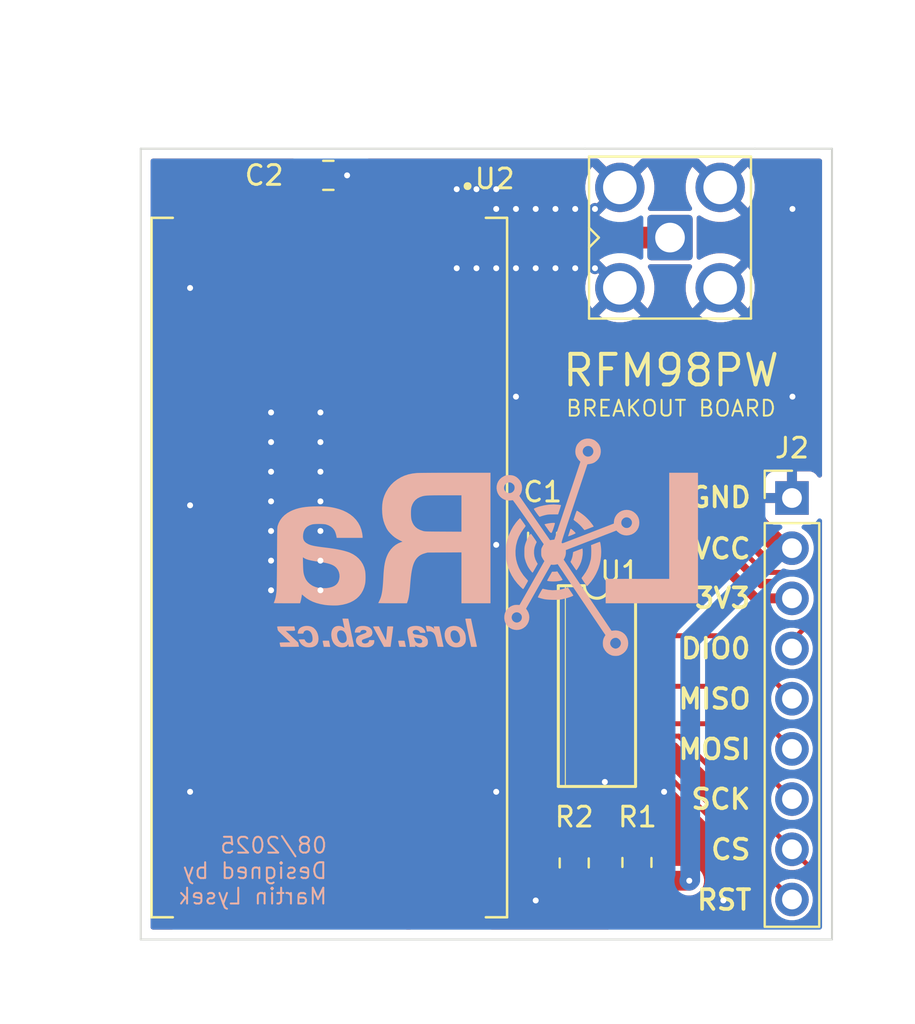
<source format=kicad_pcb>
(kicad_pcb (version 20241229) (generator "pcbnew") (generator_version "9.0")
  (layers (0 "F.Cu" signal) (2 "B.Cu" signal) (13 "F.Paste" user) (15 "B.Paste" user) (5 "F.SilkS" user "F.Silkscreen") (7 "B.SilkS" user "B.Silkscreen") (1 "F.Mask" user) (3 "B.Mask" user) (25 "Edge.Cuts" user))
  (net 0 "")
  (net 1 "GND")
  (net 2 "Net-(J1-In)")
  (net 3 "+3.3V")
  (net 4 "/MISO_3V")
  (net 5 "/RST_5V")
  (net 6 "VCC")
  (net 7 "/DIO0")
  (net 8 "/MOSI_5V")
  (net 9 "/SCK_5V")
  (net 10 "/CS_5V")
  (net 11 "/MOSI_3V")
  (net 12 "/RST_3V")
  (net 15 "/CS_3V")
  (net 16 "/SCK_3V")
  (net 25 "unconnected-(U1-6Y-Pad15)")
  (footprint "Capacitor_SMD:C_0805_2012Metric" (layer "F.Cu") (at 120.5 32.8 180)
    (property "Reference" "C2" (at 3.25 0 0) (layer "F.SilkS"))
    (property "Value" "10u")
    (pad "1" smd roundrect (at -0.95 0 180) (size 1 1.45) (layers "F.Cu" "F.Mask" "F.Paste") (net 1 "GND"))
    (pad "2" smd roundrect (at 0.95 0 180) (size 1 1.45) (layers "F.Cu" "F.Mask" "F.Paste") (net 6 "VCC"))
  )
  (footprint "Resistor_SMD:R_0805_2012Metric" (layer "F.Cu") (at 132.95 67.6 -90)
    (property "Reference" "R2" (at -2.325 0 0) (layer "F.SilkS"))
    (property "Value" "100k")
    (pad "1" smd roundrect (at -0.9125 0 270) (size 1.025 1.4) (layers "F.Cu" "F.Mask" "F.Paste") (roundrect_rratio 0.243902) (net 6 "VCC"))
    (pad "2" smd roundrect (at 0.9125 0 270) (size 1.025 1.4) (layers "F.Cu" "F.Mask" "F.Paste") (roundrect_rratio 0.243902) (net 10 "/CS_5V"))
  )
  (footprint "Resistor_SMD:R_0805_2012Metric" (layer "F.Cu") (at 136.125 67.575 90)
    (property "Reference" "R1" (at 2.3 0.025 0) (layer "F.SilkS"))
    (property "Value" "100k")
    (pad "1" smd roundrect (at -0.9125 0 90) (size 1.025 1.4) (layers "F.Cu" "F.Mask" "F.Paste") (roundrect_rratio 0.243902) (net 6 "VCC"))
    (pad "2" smd roundrect (at 0.9125 0 90) (size 1.025 1.4) (layers "F.Cu" "F.Mask" "F.Paste") (roundrect_rratio 0.243902) (net 5 "/RST_5V"))
  )
  (footprint "74HC4050D:SO16" (layer "F.Cu") (at 134.1 58.65 -90)
    (property "Reference" "U1" (at -5.8 -1.175 0) (layer "F.SilkS") (effects (font (size 1.000268 1.000268))))
    (property "Value" "74HC4050D")
    (pad "1" smd rect (at -4.445 2.8 270) (size 0.6 1.2) (layers "F.Cu" "F.Mask" "F.Paste") (net 3 "+3.3V"))
    (pad "2" smd rect (at -3.175 2.8 270) (size 0.6 1.2) (layers "F.Cu" "F.Mask" "F.Paste"))
    (pad "3" smd rect (at -1.905 2.8 270) (size 0.6 1.2) (layers "F.Cu" "F.Mask" "F.Paste"))
    (pad "4" smd rect (at -0.635 2.8 270) (size 0.6 1.2) (layers "F.Cu" "F.Mask" "F.Paste") (net 11 "/MOSI_3V"))
    (pad "5" smd rect (at 0.635 2.8 270) (size 0.6 1.2) (layers "F.Cu" "F.Mask" "F.Paste") (net 8 "/MOSI_5V"))
    (pad "6" smd rect (at 1.905 2.8 270) (size 0.6 1.2) (layers "F.Cu" "F.Mask" "F.Paste") (net 15 "/CS_3V"))
    (pad "7" smd rect (at 3.175 2.8 270) (size 0.6 1.2) (layers "F.Cu" "F.Mask" "F.Paste") (net 10 "/CS_5V"))
    (pad "8" smd rect (at 4.445 2.8 270) (size 0.6 1.2) (layers "F.Cu" "F.Mask" "F.Paste") (net 1 "GND"))
    (pad "9" smd rect (at 4.445 -2.8 270) (size 0.6 1.2) (layers "F.Cu" "F.Mask" "F.Paste") (net 5 "/RST_5V"))
    (pad "10" smd rect (at 3.175 -2.8 270) (size 0.6 1.2) (layers "F.Cu" "F.Mask" "F.Paste") (net 12 "/RST_3V"))
    (pad "11" smd rect (at 1.905 -2.8 270) (size 0.6 1.2) (layers "F.Cu" "F.Mask" "F.Paste") (net 9 "/SCK_5V"))
    (pad "12" smd rect (at 0.635 -2.8 270) (size 0.6 1.2) (layers "F.Cu" "F.Mask" "F.Paste") (net 16 "/SCK_3V"))
    (pad "13" smd rect (at -0.635 -2.8 270) (size 0.6 1.2) (layers "F.Cu" "F.Mask" "F.Paste"))
    (pad "14" smd rect (at -1.905 -2.8 270) (size 0.6 1.2) (layers "F.Cu" "F.Mask" "F.Paste"))
    (pad "15" smd rect (at -3.175 -2.8 270) (size 0.6 1.2) (layers "F.Cu" "F.Mask" "F.Paste") (net 25 "unconnected-(U1-6Y-Pad15)"))
    (pad "16" smd rect (at -4.445 -2.8 270) (size 0.6 1.2) (layers "F.Cu" "F.Mask" "F.Paste"))
  )
  (footprint "Connector_Coaxial:SMA_Amphenol_901-143_Horizontal" (layer "F.Cu") (at 137.8 35.95)
    (property "Reference" "J1" (hide yes))
    (property "Value" "Conn_Coaxial")
    (fp_line (start 4.3 -4.5) (end -4.3 -4.5) (stroke (width 0.1)) (layer "Edge.Cuts"))
    (pad "1" thru_hole roundrect (at 0 0) (size 2.3 2.3) (drill 1.5) (layers "*.Cu" "*.Mask") (roundrect_rratio 0.087) (net 2 "Net-(J1-In)"))
    (pad "2" thru_hole circle (at -2.54 -2.54) (size 2.5 2.5) (drill 1.7) (layers "*.Cu" "*.Mask") (net 1 "GND"))
    (pad "2" thru_hole circle (at -2.54 2.54) (size 2.5 2.5) (drill 1.7) (layers "*.Cu" "*.Mask") (net 1 "GND"))
    (pad "2" thru_hole circle (at 2.54 -2.54) (size 2.5 2.5) (drill 1.7) (layers "*.Cu" "*.Mask") (net 1 "GND"))
    (pad "2" thru_hole circle (at 2.54 2.54) (size 2.5 2.5) (drill 1.7) (layers "*.Cu" "*.Mask") (net 1 "GND"))
  )
  (footprint "Capacitor_SMD:C_0805_2012Metric" (layer "F.Cu") (at 131.35 51.15 -90)
    (property "Reference" "C1" (at -2.325 0 180) (layer "F.SilkS"))
    (property "Value" "0.1u")
    (pad "1" smd roundrect (at -0.95 0 270) (size 1 1.45) (layers "F.Cu" "F.Mask" "F.Paste") (net 1 "GND"))
    (pad "2" smd roundrect (at 0.95 0 270) (size 1 1.45) (layers "F.Cu" "F.Mask" "F.Paste") (net 3 "+3.3V"))
  )
  (footprint "RFM98PW-169S2:XCVR_RFM98PW-169S2" (layer "F.Cu") (at 120.55 52.65 -90)
    (property "Reference" "U2" (at -19.675 -8.375 0) (layer "F.SilkS"))
    (property "Value" "RFM98PW-169S2")
    (pad "1" smd roundrect (at -17.05 -7 270) (size 2.51 1.21) (layers "F.Cu" "F.Mask" "F.Paste") (roundrect_rratio 0.02) (net 2 "Net-(J1-In)"))
    (pad "2" smd roundrect (at -17.05 -5 270) (size 2.51 1.21) (layers "F.Cu" "F.Mask" "F.Paste") (roundrect_rratio 0.02) (net 1 "GND"))
    (pad "3" smd roundrect (at -17.05 -3 270) (size 2.51 1.21) (layers "F.Cu" "F.Mask" "F.Paste") (roundrect_rratio 0.02))
    (pad "4" smd roundrect (at -17.05 -1 270) (size 2.51 1.21) (layers "F.Cu" "F.Mask" "F.Paste") (roundrect_rratio 0.02))
    (pad "5" smd roundrect (at -17.05 1 270) (size 2.51 1.21) (layers "F.Cu" "F.Mask" "F.Paste") (roundrect_rratio 0.02) (net 6 "VCC"))
    (pad "6" smd roundrect (at -17.05 3 270) (size 2.51 1.21) (layers "F.Cu" "F.Mask" "F.Paste") (roundrect_rratio 0.02) (net 7 "/DIO0"))
    (pad "7" smd roundrect (at -17.05 5 270) (size 2.51 1.21) (layers "F.Cu" "F.Mask" "F.Paste") (roundrect_rratio 0.02))
    (pad "8" smd roundrect (at -17.05 7 270) (size 2.51 1.21) (layers "F.Cu" "F.Mask" "F.Paste") (roundrect_rratio 0.02))
    (pad "9" smd roundrect (at 17.05 7 270) (size 2.51 1.21) (layers "F.Cu" "F.Mask" "F.Paste") (roundrect_rratio 0.02) (net 3 "+3.3V"))
    (pad "10" smd roundrect (at 17.05 5 270) (size 2.51 1.21) (layers "F.Cu" "F.Mask" "F.Paste") (roundrect_rratio 0.02) (net 4 "/MISO_3V"))
    (pad "11" smd roundrect (at 17.05 3 270) (size 2.51 1.21) (layers "F.Cu" "F.Mask" "F.Paste") (roundrect_rratio 0.02) (net 11 "/MOSI_3V"))
    (pad "12" smd roundrect (at 17.05 1 270) (size 2.51 1.21) (layers "F.Cu" "F.Mask" "F.Paste") (roundrect_rratio 0.02) (net 16 "/SCK_3V"))
    (pad "13" smd roundrect (at 17.05 -1 270) (size 2.51 1.21) (layers "F.Cu" "F.Mask" "F.Paste") (roundrect_rratio 0.02) (net 15 "/CS_3V"))
    (pad "14" smd roundrect (at 17.05 -3 270) (size 2.51 1.21) (layers "F.Cu" "F.Mask" "F.Paste") (roundrect_rratio 0.02) (net 12 "/RST_3V"))
    (pad "15" smd roundrect (at 17.05 -5 270) (size 2.51 1.21) (layers "F.Cu" "F.Mask" "F.Paste") (roundrect_rratio 0.02))
    (pad "16" smd roundrect (at 17.05 -7 270) (size 2.51 1.21) (layers "F.Cu" "F.Mask" "F.Paste") (roundrect_rratio 0.02) (net 1 "GND"))
    (pad "17" smd rect (at -3.15 1.75 270) (size 11.5 4.7) (layers "F.Cu" "F.Mask") (net 1 "GND"))
  )
  (footprint "Connector_PinHeader_2.54mm:PinHeader_1x09_P2.54mm_Vertical" (layer "F.Cu") (at 143.975 49.13)
    (property "Reference" "J2" (at 0 -2.53 0) (layer "F.SilkS"))
    (property "Value" "Conn_01x09_Pin")
    (pad "1" thru_hole rect (at 0 0) (size 1.7 1.7) (drill 1) (layers "*.Cu" "*.Mask") (net 1 "GND"))
    (pad "2" thru_hole circle (at 0 2.54) (size 1.7 1.7) (drill 1) (layers "*.Cu" "*.Mask") (net 6 "VCC"))
    (pad "3" thru_hole circle (at 0 5.08) (size 1.7 1.7) (drill 1) (layers "*.Cu" "*.Mask") (net 3 "+3.3V"))
    (pad "4" thru_hole circle (at 0 7.62) (size 1.7 1.7) (drill 1) (layers "*.Cu" "*.Mask") (net 7 "/DIO0"))
    (pad "5" thru_hole circle (at 0 10.16) (size 1.7 1.7) (drill 1) (layers "*.Cu" "*.Mask") (net 4 "/MISO_3V"))
    (pad "6" thru_hole circle (at 0 12.7) (size 1.7 1.7) (drill 1) (layers "*.Cu" "*.Mask") (net 8 "/MOSI_5V"))
    (pad "7" thru_hole circle (at 0 15.24) (size 1.7 1.7) (drill 1) (layers "*.Cu" "*.Mask") (net 9 "/SCK_5V"))
    (pad "8" thru_hole circle (at 0 17.78) (size 1.7 1.7) (drill 1) (layers "*.Cu" "*.Mask") (net 10 "/CS_5V"))
    (pad "9" thru_hole circle (at 0 20.32) (size 1.7 1.7) (drill 1) (layers "*.Cu" "*.Mask") (net 5 "/RST_5V"))
  )
  (footprint "hoperf_rf98:logo_xs" (layer "B.Cu") (at 128.5 51.7 180)
    (property "Reference" "G***" (hide yes))
    (property "Value" "LOGO" (hide yes))
  )
  (gr_line (start 111 71.475) (end 146 71.475) (stroke (width 0.1)) (layer "Edge.Cuts"))
  (gr_line (start 142.1 31.45) (end 146 31.45) (stroke (width 0.1)) (layer "Edge.Cuts"))
  (gr_line (start 146 71.475) (end 146 31.45) (stroke (width 0.1)) (layer "Edge.Cuts"))
  (gr_line (start 133.5 31.45) (end 111 31.45) (stroke (width 0.1)) (layer "Edge.Cuts"))
  (gr_line (start 111 31.45) (end 111 71.475) (stroke (width 0.1)) (layer "Edge.Cuts"))
  (gr_text "DIO0" (at 138.25 56.75 0) (layer "F.SilkS") (effects (font (size 1 1) (thickness 0.1875)) (justify left)))
  (gr_text "CS" (at 139.775 66.925 0) (layer "F.SilkS") (effects (font (size 1 1) (thickness 0.1875)) (justify left)))
  (gr_text "GND" (at 138.7 49.1 0) (layer "F.SilkS") (effects (font (size 1 1) (thickness 0.1875)) (justify left)))
  (gr_text "RST" (at 142.025 69.475 0) (layer "F.SilkS") (effects (font (size 1 1) (thickness 0.1875)) (justify right)))
  (gr_text "VCC" (at 138.875 51.7 0) (layer "F.SilkS") (effects (font (size 1 1) (thickness 0.1875)) (justify left)))
  (gr_text "BREAKOUT BOARD" (at 137.85 44.595 0) (layer "F.SilkS") (effects (font (size 0.8 0.8) (thickness 0.1))))
  (gr_text "RFM98PW" (at 137.85 42.675 0) (layer "F.SilkS") (effects (font (size 1.55 1.55) (thickness 0.2))))
  (gr_text "3V3\n" (at 138.95 54.2 0) (layer "F.SilkS") (effects (font (size 1 1) (thickness 0.1875)) (justify left)))
  (gr_text "SCK" (at 138.775 64.375 0) (layer "F.SilkS") (effects (font (size 1 1) (thickness 0.1875)) (justify left)))
  (gr_text "MOSI" (at 138.125 61.85 0) (layer "F.SilkS") (effects (font (size 1 1) (thickness 0.1875)) (justify left)))
  (gr_text "MISO" (at 138.125 59.3 0) (layer "F.SilkS") (effects (font (size 1 1) (thickness 0.1875)) (justify left)))
  (gr_text "08/2025\nDesigned by\nMartin Lysek" (at 120.5 68 0) (layer "B.SilkS") (effects (font (size 0.8 0.8) (thickness 0.1)) (justify left mirror)))
  (via (at 137.5 64) (size 0.6) (drill 0.3) (layers "F.Cu" "B.Cu") (net 1))
  (via (at 117.6 44.8) (size 0.6) (drill 0.3) (layers "F.Cu" "B.Cu") (net 1))
  (via (at 127 37.5) (size 0.6) (drill 0.3) (layers "F.Cu" "B.Cu") (net 1))
  (via (at 120.1 49.3) (size 0.6) (drill 0.3) (layers "F.Cu" "B.Cu") (net 1))
  (via (at 113.5 38.5) (size 0.6) (drill 0.3) (layers "F.Cu" "B.Cu") (net 1))
  (via (at 129 34.5) (size 0.6) (drill 0.3) (layers "F.Cu" "B.Cu") (net 1))
  (via (at 131 69.5) (size 0.6) (drill 0.3) (layers "F.Cu" "B.Cu") (net 1))
  (via (at 117.6 47.8) (size 0.6) (drill 0.3) (layers "F.Cu" "B.Cu") (net 1))
  (via (at 128 33.5) (size 0.6) (drill 0.3) (layers "F.Cu" "B.Cu") (net 1))
  (via (at 113.5 64) (size 0.6) (drill 0.3) (layers "F.Cu" "B.Cu") (net 1))
  (via (at 131 34.5) (size 0.6) (drill 0.3) (layers "F.Cu" "B.Cu") (net 1))
  (via (at 134.5 63.5) (size 0.6) (drill 0.3) (layers "F.Cu" "B.Cu") (net 1))
  (via (at 133 34.5) (size 0.6) (drill 0.3) (layers "F.Cu" "B.Cu") (net 1))
  (via (at 120.1 44.8) (size 0.6) (drill 0.3) (layers "F.Cu" "B.Cu") (net 1))
  (via (at 129 37.5) (size 0.6) (drill 0.3) (layers "F.Cu" "B.Cu") (net 1))
  (via (at 121.45 32.8) (size 0.6) (drill 0.3) (layers "F.Cu" "B.Cu") (net 1))
  (via (at 140.5 69.5) (size 0.6) (drill 0.3) (layers "F.Cu" "B.Cu") (net 1))
  (via (at 133 37.5) (size 0.6) (drill 0.3) (layers "F.Cu" "B.Cu") (net 1))
  (via (at 120.1 46.3) (size 0.6) (drill 0.3) (layers "F.Cu" "B.Cu") (net 1))
  (via (at 120.1 52.3) (size 0.6) (drill 0.3) (layers "F.Cu" "B.Cu") (net 1))
  (via (at 117.6 52.3) (size 0.6) (drill 0.3) (layers "F.Cu" "B.Cu") (net 1))
  (via (at 128 37.5) (size 0.6) (drill 0.3) (layers "F.Cu" "B.Cu") (net 1))
  (via (at 113.5 49.5) (size 0.6) (drill 0.3) (layers "F.Cu" "B.Cu") (net 1))
  (via (at 144 34.5) (size 0.6) (drill 0.3) (layers "F.Cu" "B.Cu") (net 1))
  (via (at 120.1 53.8) (size 0.6) (drill 0.3) (layers "F.Cu" "B.Cu") (net 1))
  (via (at 117.6 49.3) (size 0.6) (drill 0.3) (layers "F.Cu" "B.Cu") (net 1))
  (via (at 117.6 53.8) (size 0.6) (drill 0.3) (layers "F.Cu" "B.Cu") (net 1))
  (via (at 134 34.5) (size 0.6) (drill 0.3) (layers "F.Cu" "B.Cu") (net 1))
  (via (at 129 64) (size 0.6) (drill 0.3) (layers "F.Cu" "B.Cu") (net 1))
  (via (at 130 34.5) (size 0.6) (drill 0.3) (layers "F.Cu" "B.Cu") (net 1))
  (via (at 130 44) (size 0.6) (drill 0.3) (layers "F.Cu" "B.Cu") (net 1))
  (via (at 117.6 50.8) (size 0.6) (drill 0.3) (layers "F.Cu" "B.Cu") (net 1))
  (via (at 132 37.5) (size 0.6) (drill 0.3) (layers "F.Cu" "B.Cu") (net 1))
  (via (at 132 34.5) (size 0.6) (drill 0.3) (layers "F.Cu" "B.Cu") (net 1))
  (via (at 129 51.5) (size 0.6) (drill 0.3) (layers "F.Cu" "B.Cu") (net 1))
  (via (at 120.1 50.8) (size 0.6) (drill 0.3) (layers "F.Cu" "B.Cu") (net 1))
  (via (at 144 44) (size 0.6) (drill 0.3) (layers "F.Cu" "B.Cu") (net 1))
  (via (at 127 33.5) (size 0.6) (drill 0.3) (layers "F.Cu" "B.Cu") (net 1))
  (via (at 134 37.5) (size 0.6) (drill 0.3) (layers "F.Cu" "B.Cu") (net 1))
  (via (at 117.6 46.3) (size 0.6) (drill 0.3) (layers "F.Cu" "B.Cu") (net 1))
  (via (at 129 33.5) (size 0.6) (drill 0.3) (layers "F.Cu" "B.Cu") (net 1))
  (via (at 131 37.5) (size 0.6) (drill 0.3) (layers "F.Cu" "B.Cu") (net 1))
  (via (at 130 37.5) (size 0.6) (drill 0.3) (layers "F.Cu" "B.Cu") (net 1))
  (via (at 120.1 47.8) (size 0.6) (drill 0.3) (layers "F.Cu" "B.Cu") (net 1))
  (segment (start 127.945 35.96) (end 127.84 36.065) (width 0.2) (layer "F.Cu") (net 2))
  (segment (start 127.9 35.95) (end 127.55 35.6) (width 1.1) (layer "F.Cu") (net 2))
  (segment (start 137.8 35.95) (end 127.9 35.95) (width 1.1) (layer "F.Cu") (net 2))
  (segment (start 140.05 52.125) (end 131.3 52.125) (width 0.5) (layer "F.Cu") (net 3))
  (segment (start 113.55 69.7) (end 113.55 67.55) (width 0.5) (layer "F.Cu") (net 3))
  (segment (start 126.895 54.205) (end 131.3 54.205) (width 0.5) (layer "F.Cu") (net 3))
  (segment (start 131.3 52.125) (end 131.3 54.205) (width 0.5) (layer "F.Cu") (net 3))
  (segment (start 143.975 54.21) (end 142.135 54.21) (width 0.5) (layer "F.Cu") (net 3))
  (segment (start 142.135 54.21) (end 140.05 52.125) (width 0.5) (layer "F.Cu") (net 3))
  (segment (start 113.55 67.55) (end 126.895 54.205) (width 0.5) (layer "F.Cu") (net 3))
  (segment (start 143.975 59.29) (end 140.786 56.101) (width 0.25) (layer "F.Cu") (net 4))
  (segment (start 115.55 67.525) (end 115.55 69.7) (width 0.25) (layer "F.Cu") (net 4))
  (segment (start 126.974 56.101) (end 115.55 67.525) (width 0.25) (layer "F.Cu") (net 4))
  (segment (start 143.975 59.29) (end 143.265 59.29) (width 0.25) (layer "F.Cu") (net 4))
  (segment (start 140.786 56.101) (end 126.974 56.101) (width 0.25) (layer "F.Cu") (net 4))
  (segment (start 136.58 63.095) (end 136.9 63.095) (width 0.25) (layer "F.Cu") (net 5))
  (segment (start 136.125 63.55) (end 136.58 63.095) (width 0.25) (layer "F.Cu") (net 5))
  (segment (start 137.62 63.095) (end 143.975 69.45) (width 0.25) (layer "F.Cu") (net 5))
  (segment (start 136.9 63.095) (end 137.62 63.095) (width 0.25) (layer "F.Cu") (net 5))
  (segment (start 136.125 66.6625) (end 136.125 63.55) (width 0.25) (layer "F.Cu") (net 5))
  (segment (start 138.775 68.5) (end 137.025 68.5) (width 1) (layer "F.Cu") (net 6))
  (segment (start 137.0125 68.4875) (end 136.125 68.4875) (width 1) (layer "F.Cu") (net 6))
  (segment (start 143.445 51.67) (end 139.35 47.575) (width 1) (layer "F.Cu") (net 6))
  (segment (start 137.025 68.5) (end 137.0125 68.4875) (width 1) (layer "F.Cu") (net 6))
  (segment (start 129.425 47.575) (end 119.55 37.7) (width 1) (layer "F.Cu") (net 6))
  (segment (start 119.55 37.7) (end 119.55 35.6) (width 1) (layer "F.Cu") (net 6))
  (segment (start 135.060056 68.4875) (end 133.260056 66.6875) (width 1) (layer "F.Cu") (net 6))
  (segment (start 133.260056 66.6875) (end 132.95 66.6875) (width 1) (layer "F.Cu") (net 6))
  (segment (start 143.975 51.67) (end 143.445 51.67) (width 1) (layer "F.Cu") (net 6))
  (segment (start 119.55 32.8) (end 119.55 35.6) (width 1) (layer "F.Cu") (net 6))
  (segment (start 136.125 68.4875) (end 135.060056 68.4875) (width 1) (layer "F.Cu") (net 6))
  (segment (start 139.35 47.575) (end 129.425 47.575) (width 1) (layer "F.Cu") (net 6))
  (via (at 138.775 68.5) (size 0.6) (drill 0.3) (layers "F.Cu" "B.Cu") (net 6))
  (segment (start 138.825 56.3) (end 143.455 51.67) (width 1) (layer "B.Cu") (net 6))
  (segment (start 138.825 68.45) (end 138.825 56.3) (width 1) (layer "B.Cu") (net 6))
  (segment (start 138.775 68.5) (end 138.825 68.45) (width 1) (layer "B.Cu") (net 6))
  (segment (start 143.455 51.67) (end 143.975 51.67) (width 1) (layer "B.Cu") (net 6))
  (segment (start 138.725 49.05) (end 128.875 49.05) (width 0.25) (layer "F.Cu") (net 7))
  (segment (start 145.201 53.701) (end 144.396 52.896) (width 0.25) (layer "F.Cu") (net 7))
  (segment (start 128.875 49.05) (end 117.55 37.725) (width 0.25) (layer "F.Cu") (net 7))
  (segment (start 143.975 56.35) (end 145.201 55.124) (width 0.25) (layer "F.Cu") (net 7))
  (segment (start 117.55 37.725) (end 117.55 35.6) (width 0.25) (layer "F.Cu") (net 7))
  (segment (start 145.201 55.124) (end 145.201 53.701) (width 0.25) (layer "F.Cu") (net 7))
  (segment (start 143.975 56.75) (end 143.975 56.35) (width 0.25) (layer "F.Cu") (net 7))
  (segment (start 144.396 52.896) (end 142.571 52.896) (width 0.25) (layer "F.Cu") (net 7))
  (segment (start 142.571 52.896) (end 138.725 49.05) (width 0.25) (layer "F.Cu") (net 7))
  (segment (start 134.516 58.659) (end 140.804 58.659) (width 0.25) (layer "F.Cu") (net 8))
  (segment (start 140.804 58.659) (end 143.975 61.83) (width 0.25) (layer "F.Cu") (net 8))
  (segment (start 133.89 59.285) (end 134.516 58.659) (width 0.25) (layer "F.Cu") (net 8))
  (segment (start 131.582 59.285) (end 131.3 59.285) (width 0.25) (layer "F.Cu") (net 8))
  (segment (start 131.3 59.285) (end 133.89 59.285) (width 0.25) (layer "F.Cu") (net 8))
  (segment (start 140.16 60.555) (end 136.9 60.555) (width 0.25) (layer "F.Cu") (net 9))
  (segment (start 143.975 64.37) (end 140.16 60.555) (width 0.25) (layer "F.Cu") (net 9))
  (segment (start 134.544 61.181) (end 138.246 61.181) (width 0.25) (layer "F.Cu") (net 10))
  (segment (start 135.0635 70.626) (end 144.462116 70.626) (width 0.25) (layer "F.Cu") (net 10))
  (segment (start 144.462116 70.626) (end 145.151 69.937116) (width 0.25) (layer "F.Cu") (net 10))
  (segment (start 145.151 69.937116) (end 145.151 68.086) (width 0.25) (layer "F.Cu") (net 10))
  (segment (start 132.95 68.5125) (end 135.0635 70.626) (width 0.25) (layer "F.Cu") (net 10))
  (segment (start 131.3 61.825) (end 133.9 61.825) (width 0.25) (layer "F.Cu") (net 10))
  (segment (start 133.9 61.825) (end 134.544 61.181) (width 0.25) (layer "F.Cu") (net 10))
  (segment (start 138.246 61.181) (end 143.975 66.91) (width 0.25) (layer "F.Cu") (net 10))
  (segment (start 145.151 68.086) (end 143.975 66.91) (width 0.25) (layer "F.Cu") (net 10))
  (segment (start 127.06 58.015) (end 117.55 67.525) (width 0.25) (layer "F.Cu") (net 11))
  (segment (start 117.55 67.525) (end 117.55 69.7) (width 0.25) (layer "F.Cu") (net 11))
  (segment (start 131.3 58.015) (end 127.06 58.015) (width 0.25) (layer "F.Cu") (net 11))
  (segment (start 123.55 67.55) (end 128.631 62.469) (width 0.25) (layer "F.Cu") (net 12))
  (segment (start 134.95 61.825) (end 136.9 61.825) (width 0.25) (layer "F.Cu") (net 12))
  (segment (start 134.306 62.469) (end 134.95 61.825) (width 0.25) (layer "F.Cu") (net 12))
  (segment (start 123.55 69.7) (end 123.55 67.55) (width 0.25) (layer "F.Cu") (net 12))
  (segment (start 128.631 62.469) (end 134.306 62.469) (width 0.25) (layer "F.Cu") (net 12))
  (segment (start 136.9 61.825) (end 136.725 61.65) (width 0.25) (layer "F.Cu") (net 12))
  (segment (start 131.3 60.555) (end 128.52 60.555) (width 0.25) (layer "F.Cu") (net 15))
  (segment (start 121.84 70.165) (end 121.84 68.910001) (width 0.2) (layer "F.Cu") (net 15))
  (segment (start 128.52 60.555) (end 121.55 67.525) (width 0.25) (layer "F.Cu") (net 15))
  (segment (start 121.55 67.525) (end 121.55 69.7) (width 0.25) (layer "F.Cu") (net 15))
  (segment (start 119.55 67.575) (end 119.55 69.7) (width 0.25) (layer "F.Cu") (net 16))
  (segment (start 134.89 59.285) (end 134.264 59.911) (width 0.25) (layer "F.Cu") (net 16))
  (segment (start 134.264 59.911) (end 127.214 59.911) (width 0.25) (layer "F.Cu") (net 16))
  (segment (start 136.9 59.285) (end 134.89 59.285) (width 0.25) (layer "F.Cu") (net 16))
  (segment (start 127.214 59.911) (end 119.55 67.575) (width 0.25) (layer "F.Cu") (net 16))
  (segment (start 136.82 55.5) (end 137.05 55.5) (width 0.2) (layer "F.Cu") (net 25))
  (zone (net 1) (net_name "GND") (layers "F.Cu" "B.Cu") (name "GND") (connect_pads (clearance 0.2)) (min_thickness 0.25) (fill yes (thermal_gap 0.5) (thermal_bridge_width 0.5))
    (polygon (pts (xy 108.75 28.025) (xy 149.475 27.875) (xy 149.475 75.75) (xy 103.875 72.725)))
  )
)
</source>
